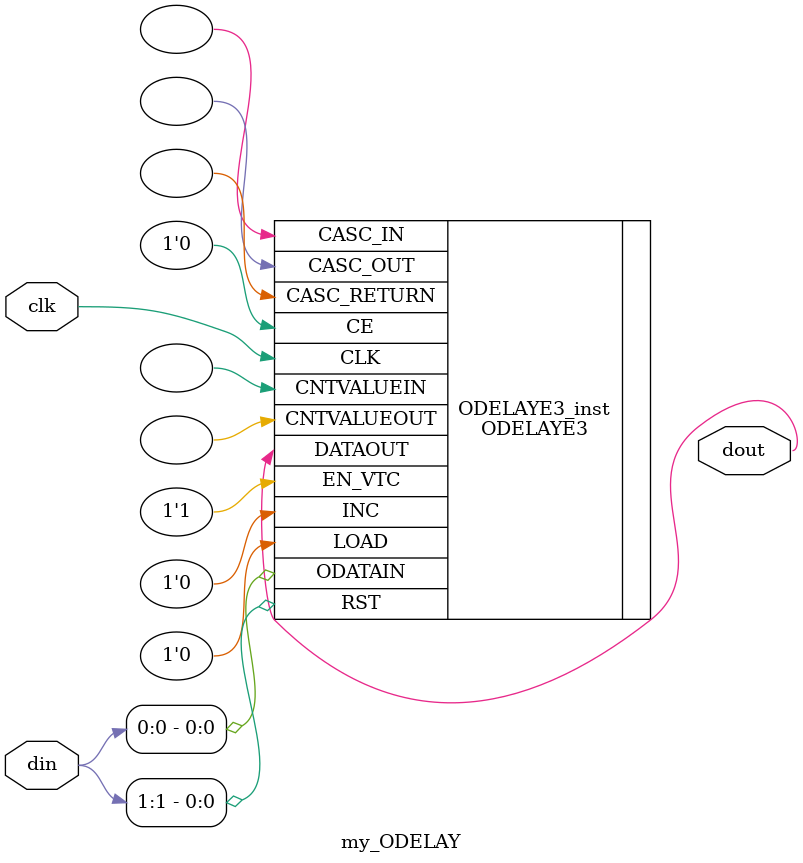
<source format=v>

module top(input clk, stb, di, output do);
    localparam integer DIN_N = 160;
    localparam integer DOUT_N = 160;

    reg [DIN_N-1:0] din;
    wire [DOUT_N-1:0] dout;

    reg [DIN_N-1:0] din_shr;
    reg [DOUT_N-1:0] dout_shr;

    always @(posedge clk) begin
        din_shr <= {din_shr, di, dout[0]};
        dout_shr <= {dout_shr, din_shr[DIN_N-1]};
        if (stb) begin
            din <= din_shr;
        end
    end
	assign do = dout_shr[0];
    roi roi (
        .clk(clk),
        .din(din),
        .dout(dout)
    );
endmodule

module roi(input clk, input [159:0] din, output [159:0] dout);

	IDELAYCTRL #(
		.SIM_DEVICE("ULTRASCALE")  // Must be set to "ULTRASCALE"
	)
	IDELAYCTRL_inst (
		.RDY(dout[159]), // 1-bit output: Ready output
		.REFCLK(clk),    // 1-bit input: Reference clock input
		.RST(din[159])   // 1-bit input: Active high reset input. Asynchronous assert, synchronous deassert to
		                 // REFCLK.
	);

	my_IDELAY
	#(
		.LOC("BITSLICE_RX_TX_X0Y305"),
        .CASCADE("NONE"),               // Cascade setting (MASTER, NONE, SLAVE_END, SLAVE_MIDDLE)
        .DELAY_FORMAT("TIME"),          // Units of the DELAY_VALUE (COUNT, TIME)
        .DELAY_SRC("DATAIN"),           // Delay input (DATAIN, IDATAIN)
        .DELAY_TYPE("FIXED"),           // Set the type of tap delay line (FIXED, VARIABLE, VAR_LOAD)
        .DELAY_VALUE(0),                // Input delay value setting
        .IS_CLK_INVERTED(1'b0),         // Optional inversion for CLK
        .IS_RST_INVERTED(1'b0),         // Optional inversion for RST
        .REFCLK_FREQUENCY(300.0),       // IDELAYCTRL clock input frequency in MHz (200.0-2667.0)
        .SIM_DEVICE("ULTRASCALE_PLUS"), // Set the device version (ULTRASCALE, ULTRASCALE_PLUS, ULTRASCALE_PLUS_ES1,
                                        // ULTRASCALE_PLUS_ES2)
        .UPDATE_MODE("ASYNC")           // Determines when updates to the delay will take effect (ASYNC, MANUAL, SYNC)
	)
	inst_0 (
		.clk(clk),
		.din(din[1:0]),
		.dout(dout[0])
	);

	my_ODELAY
	#(
		.LOC("BITSLICE_RX_TX_X0Y306"),
        .CASCADE("NONE"),               // Cascade setting (MASTER, NONE, SLAVE_END, SLAVE_MIDDLE)
        .DELAY_FORMAT("TIME"),          // Units of the DELAY_VALUE (COUNT, TIME)
        .DELAY_TYPE("FIXED"),           // Set the type of tap delay line (FIXED, VARIABLE, VAR_LOAD)
        .DELAY_VALUE(0),                // Input delay value setting
        .IS_CLK_INVERTED(1'b0),         // Optional inversion for CLK
        .IS_RST_INVERTED(1'b0),         // Optional inversion for RST
        .REFCLK_FREQUENCY(300.0),       // IDELAYCTRL clock input frequency in MHz (200.0-2667.0)
        .SIM_DEVICE("ULTRASCALE_PLUS"), // Set the device version (ULTRASCALE, ULTRASCALE_PLUS, ULTRASCALE_PLUS_ES1,
                                        // ULTRASCALE_PLUS_ES2)
        .UPDATE_MODE("ASYNC")           // Determines when updates to the delay will take effect (ASYNC, MANUAL, SYNC)
	)
	inst_1 (
		.clk(clk),
		.din(din[  2 +: 2]),
		.dout()
	);

endmodule

// ---------------------------------------------------------------------
module my_IDELAY (input clk, input [1:0] din, output dout);
   parameter LOC = "";
   parameter CASCADE = "NONE";
   parameter DELAY_FORMAT = "TIME";
   parameter DELAY_SRC = "DATAIN";
   parameter DELAY_TYPE = "FIXED";
   parameter DELAY_VALUE = 0;
   parameter IS_CLK_INVERTED = 1'b0;
   parameter IS_RST_INVERTED = 1'b0;
   parameter REFCLK_FREQUENCY = 300.0;
   parameter SIM_DEVICE = "ULTRASCALE_PLUS";
   parameter UPDATE_MODE = "ASYNC";

   (* LOC=LOC *)
   IDELAYE3 #(
      .CASCADE(CASCADE),                    // Cascade setting (MASTER, NONE, SLAVE_END, SLAVE_MIDDLE)
      .DELAY_FORMAT(DELAY_FORMAT),          // Units of the DELAY_VALUE (COUNT, TIME)
      .DELAY_SRC(DELAY_SRC),                // Delay input (DATAIN, IDATAIN)
      .DELAY_TYPE(DELAY_TYPE),              // Set the type of tap delay line (FIXED, VARIABLE, VAR_LOAD)
      .DELAY_VALUE(DELAY_VALUE),            // Input delay value setting
      .IS_CLK_INVERTED(IS_CLK_INVERTED),    // Optional inversion for CLK
      .IS_RST_INVERTED(IS_RST_INVERTED),    // Optional inversion for RST
      .REFCLK_FREQUENCY(REFCLK_FREQUENCY),  // IDELAYCTRL clock input frequency in MHz (200.0-2667.0)
      .SIM_DEVICE(SIM_DEVICE),              // Set the device version (ULTRASCALE, ULTRASCALE_PLUS, ULTRASCALE_PLUS_ES1,
                                            // ULTRASCALE_PLUS_ES2)
      .UPDATE_MODE(UPDATE_MODE)             // Determines when updates to the delay will take effect (ASYNC, MANUAL, SYNC)
   )
   IDELAYE3_inst (
      .CASC_OUT(),       // 1-bit output: Cascade delay output to ODELAY input cascade
      .CNTVALUEOUT(),    // 9-bit output: Counter value output
      .DATAOUT(dout),    // 1-bit output: Delayed data output
      .CASC_IN(),        // 1-bit input: Cascade delay input from slave ODELAY CASCADE_OUT
      .CASC_RETURN(),    // 1-bit input: Cascade delay returning from slave ODELAY DATAOUT
      .CE(1'b0),         // 1-bit input: Active high enable increment/decrement input
      .CLK(clk),         // 1-bit input: Clock input
      .CNTVALUEIN(),     // 9-bit input: Counter value input
      .DATAIN(din[0]),   // 1-bit input: Data input from the logic
      .EN_VTC(1'b1),     // 1-bit input: Keep delay constant over VT
      .IDATAIN(),        // 1-bit input: Data input from the IOBUF
      .INC(1'b0),        // 1-bit input: Increment / Decrement tap delay input
      .LOAD(1'b0),       // 1-bit input: Load DELAY_VALUE input
      .RST(din[1])       // 1-bit input: Asynchronous Reset to the DELAY_VALUE
   );
endmodule

module my_ODELAY (input clk, input [1:0] din, output dout);
   parameter LOC = "";
   parameter CASCADE = "NONE";
   parameter DELAY_FORMAT = "TIME";
   parameter DELAY_TYPE = "FIXED";
   parameter DELAY_VALUE = 0;
   parameter IS_CLK_INVERTED = 1'b0;
   parameter IS_RST_INVERTED = 1'b0;
   parameter REFCLK_FREQUENCY = 300.0;
   parameter SIM_DEVICE = "ULTRASCALE_PLUS";
   parameter UPDATE_MODE = "ASYNC";

   (* KEEP, DONT_TOUCH, LOC=LOC *)
   ODELAYE3 #(
      .CASCADE(CASCADE),                    // Cascade setting (MASTER, NONE, SLAVE_END, SLAVE_MIDDLE)
      .DELAY_FORMAT(DELAY_FORMAT),          // Units of the DELAY_VALUE (COUNT, TIME)
      .DELAY_TYPE(DELAY_TYPE),              // Set the type of tap delay line (FIXED, VARIABLE, VAR_LOAD)
      .DELAY_VALUE(DELAY_VALUE),            // Input delay value setting
      .IS_CLK_INVERTED(IS_CLK_INVERTED),    // Optional inversion for CLK
      .IS_RST_INVERTED(IS_RST_INVERTED),    // Optional inversion for RST
      .REFCLK_FREQUENCY(REFCLK_FREQUENCY),  // IDELAYCTRL clock input frequency in MHz (200.0-2667.0)
      .SIM_DEVICE(SIM_DEVICE),              // Set the device version (ULTRASCALE, ULTRASCALE_PLUS, ULTRASCALE_PLUS_ES1,
                                            // ULTRASCALE_PLUS_ES2)
      .UPDATE_MODE(UPDATE_MODE)             // Determines when updates to the delay will take effect (ASYNC, MANUAL, SYNC)
   )
   ODELAYE3_inst (
      .CASC_OUT(),       // 1-bit output: Cascade delay output to ODELAY input cascade
      .CNTVALUEOUT(),    // 9-bit output: Counter value output
      .DATAOUT(dout),    // 1-bit output: Delayed data output
      .CASC_IN(),        // 1-bit input: Cascade delay input from slave ODELAY CASCADE_OUT
      .CASC_RETURN(),    // 1-bit input: Cascade delay returning from slave ODELAY DATAOUT
      .CE(1'b0),         // 1-bit input: Active high enable increment/decrement input
      .CLK(clk),         // 1-bit input: Clock input
      .CNTVALUEIN(),     // 9-bit input: Counter value input
      .EN_VTC(1'b1),     // 1-bit input: Keep delay constant over VT
      .INC(1'b0),        // 1-bit input: Increment / Decrement tap delay input
      .LOAD(1'b0),       // 1-bit input: Load DELAY_VALUE input
	   .ODATAIN(din[0]),  // 1-bit input: Data input
      .RST(din[1])       // 1-bit input: Asynchronous Reset to the DELAY_VALUE
   );
endmodule


</source>
